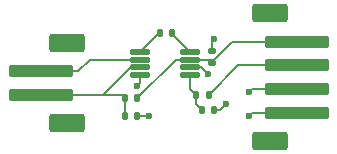
<source format=gbr>
G04 #@! TF.GenerationSoftware,KiCad,Pcbnew,9.0.4*
G04 #@! TF.CreationDate,2025-11-06T19:48:09-05:00*
G04 #@! TF.ProjectId,TC_shuwen,54435f73-6875-4776-956e-2e6b69636164,rev?*
G04 #@! TF.SameCoordinates,Original*
G04 #@! TF.FileFunction,Copper,L1,Top*
G04 #@! TF.FilePolarity,Positive*
%FSLAX46Y46*%
G04 Gerber Fmt 4.6, Leading zero omitted, Abs format (unit mm)*
G04 Created by KiCad (PCBNEW 9.0.4) date 2025-11-06 19:48:09*
%MOMM*%
%LPD*%
G01*
G04 APERTURE LIST*
G04 Aperture macros list*
%AMRoundRect*
0 Rectangle with rounded corners*
0 $1 Rounding radius*
0 $2 $3 $4 $5 $6 $7 $8 $9 X,Y pos of 4 corners*
0 Add a 4 corners polygon primitive as box body*
4,1,4,$2,$3,$4,$5,$6,$7,$8,$9,$2,$3,0*
0 Add four circle primitives for the rounded corners*
1,1,$1+$1,$2,$3*
1,1,$1+$1,$4,$5*
1,1,$1+$1,$6,$7*
1,1,$1+$1,$8,$9*
0 Add four rect primitives between the rounded corners*
20,1,$1+$1,$2,$3,$4,$5,0*
20,1,$1+$1,$4,$5,$6,$7,0*
20,1,$1+$1,$6,$7,$8,$9,0*
20,1,$1+$1,$8,$9,$2,$3,0*%
G04 Aperture macros list end*
G04 #@! TA.AperFunction,SMDPad,CuDef*
%ADD10RoundRect,0.135000X-0.135000X-0.185000X0.135000X-0.185000X0.135000X0.185000X-0.135000X0.185000X0*%
G04 #@! TD*
G04 #@! TA.AperFunction,SMDPad,CuDef*
%ADD11RoundRect,0.250000X2.500000X-0.250000X2.500000X0.250000X-2.500000X0.250000X-2.500000X-0.250000X0*%
G04 #@! TD*
G04 #@! TA.AperFunction,SMDPad,CuDef*
%ADD12RoundRect,0.250000X1.250000X-0.550000X1.250000X0.550000X-1.250000X0.550000X-1.250000X-0.550000X0*%
G04 #@! TD*
G04 #@! TA.AperFunction,SMDPad,CuDef*
%ADD13RoundRect,0.135000X0.135000X0.185000X-0.135000X0.185000X-0.135000X-0.185000X0.135000X-0.185000X0*%
G04 #@! TD*
G04 #@! TA.AperFunction,SMDPad,CuDef*
%ADD14RoundRect,0.250000X-2.500000X0.250000X-2.500000X-0.250000X2.500000X-0.250000X2.500000X0.250000X0*%
G04 #@! TD*
G04 #@! TA.AperFunction,SMDPad,CuDef*
%ADD15RoundRect,0.250000X-1.250000X0.550000X-1.250000X-0.550000X1.250000X-0.550000X1.250000X0.550000X0*%
G04 #@! TD*
G04 #@! TA.AperFunction,SMDPad,CuDef*
%ADD16RoundRect,0.140000X-0.170000X0.140000X-0.170000X-0.140000X0.170000X-0.140000X0.170000X0.140000X0*%
G04 #@! TD*
G04 #@! TA.AperFunction,SMDPad,CuDef*
%ADD17RoundRect,0.125000X-0.687500X-0.125000X0.687500X-0.125000X0.687500X0.125000X-0.687500X0.125000X0*%
G04 #@! TD*
G04 #@! TA.AperFunction,ViaPad*
%ADD18C,0.600000*%
G04 #@! TD*
G04 #@! TA.AperFunction,Conductor*
%ADD19C,0.200000*%
G04 #@! TD*
G04 APERTURE END LIST*
D10*
X129303000Y-82335600D03*
X130323000Y-82335600D03*
X135803000Y-81835600D03*
X136823000Y-81835600D03*
D11*
X143799000Y-82083600D03*
X143799000Y-80083600D03*
X143799000Y-78083600D03*
X143799000Y-76083600D03*
D12*
X141549000Y-84483600D03*
X141549000Y-73683600D03*
D13*
X136349400Y-80607600D03*
X135329400Y-80607600D03*
D10*
X132230600Y-75324400D03*
X133250600Y-75324400D03*
D14*
X122123400Y-78575600D03*
X122123400Y-80575600D03*
D15*
X124373400Y-76175600D03*
X124373400Y-82975600D03*
D13*
X130323000Y-80835600D03*
X129303000Y-80835600D03*
D16*
X136601400Y-76899200D03*
X136601400Y-77859200D03*
D17*
X130547600Y-76950000D03*
X130547600Y-77600000D03*
X130547600Y-78250000D03*
X130547600Y-78900000D03*
X134772600Y-78900000D03*
X134772600Y-78250000D03*
X134772600Y-77600000D03*
X134772600Y-76950000D03*
D18*
X139813000Y-80335600D03*
X136313000Y-78835600D03*
X139813000Y-82335600D03*
X131313000Y-82335600D03*
X130313000Y-79835600D03*
X136813000Y-75835600D03*
X137813000Y-81335600D03*
D19*
X138873400Y-78083600D02*
X136349400Y-80607600D01*
X143799000Y-78083600D02*
X138873400Y-78083600D01*
X143799000Y-76083600D02*
X138354550Y-76083600D01*
X133558600Y-77600000D02*
X130323000Y-80835600D01*
X138354550Y-76083600D02*
X136838150Y-77600000D01*
X136838150Y-77600000D02*
X133558600Y-77600000D01*
X134772600Y-78250000D02*
X135727400Y-78250000D01*
X135727400Y-78250000D02*
X136313000Y-78835600D01*
X143799000Y-80083600D02*
X140065000Y-80083600D01*
X140065000Y-80083600D02*
X139813000Y-80335600D01*
X143799000Y-82083600D02*
X140065000Y-82083600D01*
X136601400Y-76899200D02*
X136601400Y-76047200D01*
X130323000Y-82335600D02*
X131313000Y-82335600D01*
X130547600Y-79601000D02*
X130313000Y-79835600D01*
X140065000Y-82083600D02*
X139813000Y-82335600D01*
X136601400Y-76047200D02*
X136813000Y-75835600D01*
X136823000Y-81835600D02*
X137313000Y-81835600D01*
X130547600Y-78900000D02*
X130547600Y-79601000D01*
X137313000Y-81835600D02*
X137813000Y-81335600D01*
X129043000Y-80575600D02*
X129303000Y-80835600D01*
X127453582Y-80575600D02*
X129779182Y-78250000D01*
X129303000Y-80835600D02*
X129303000Y-82335600D01*
X122123400Y-80575600D02*
X129043000Y-80575600D01*
X129779182Y-78250000D02*
X130547600Y-78250000D01*
X125337400Y-78575600D02*
X122123400Y-78575600D01*
X130547600Y-77600000D02*
X126313000Y-77600000D01*
X126313000Y-77600000D02*
X125337400Y-78575600D01*
X135329400Y-80607600D02*
X135329400Y-81362000D01*
X135329400Y-81362000D02*
X135803000Y-81835600D01*
X134772600Y-78900000D02*
X134772600Y-80050800D01*
X134772600Y-80050800D02*
X135329400Y-80607600D01*
X132173200Y-75324400D02*
X130547600Y-76950000D01*
X132230600Y-75324400D02*
X132173200Y-75324400D01*
X133250600Y-75428000D02*
X134772600Y-76950000D01*
X133250600Y-75324400D02*
X133250600Y-75428000D01*
M02*

</source>
